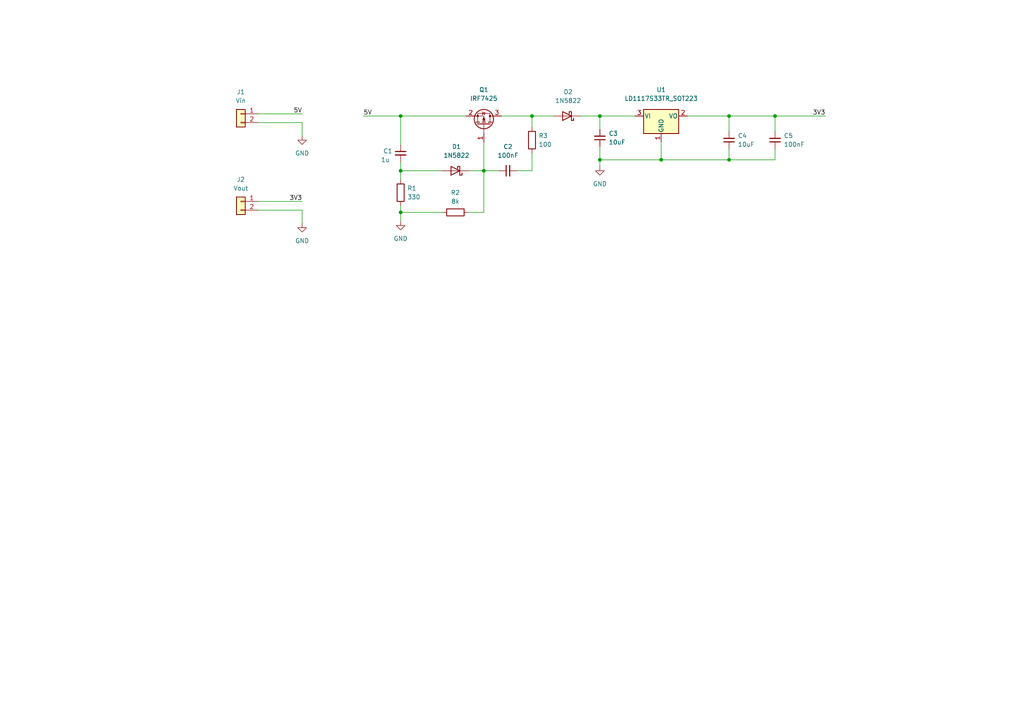
<source format=kicad_sch>
(kicad_sch (version 20211123) (generator eeschema)
  (paper "A4")
  (lib_symbols
    (symbol "Connector_Generic:Conn_01x02" (pin_names (offset 1.016) hide)
      (property "Reference" "J" (at 0 2.54 0))
      (property "Value" "Conn_01x02" (at 0 -5.08 0))
      (symbol "Conn_01x02_1_1"
        (rectangle (start -1.27 -2.413) (end 0 -2.667) (stroke (width 0.1524)))
        (rectangle (start -1.27 0.127) (end 0 -0.127) (stroke (width 0.1524)))
        (rectangle (start -1.27 1.27) (end 1.27 -3.81) (stroke (width 0.254)) (fill (type background)))
        (pin passive line (at -5.08 0 0) (length 3.81) (name "Pin_1") (number "1"))
        (pin passive line (at -5.08 -2.54 0) (length 3.81) (name "Pin_2") (number "2"))
      )
    )
    (symbol "Device:C_Small" (pin_numbers hide) (pin_names (offset 0.254) hide)
      (property "Reference" "C" (at 0.254 1.778 0))
      (property "Value" "C_Small" (at 0.254 -2.032 0))
      (symbol "C_Small_0_1"
        (polyline (pts (xy -1.524 -0.508) (xy 1.524 -0.508)) (stroke (width 0.3302)))
        (polyline (pts (xy -1.524 0.508) (xy 1.524 0.508)) (stroke (width 0.3048)))
      )
      (symbol "C_Small_1_1"
        (pin passive line (at 0 2.54 270) (length 2.032) (name "~") (number "1"))
        (pin passive line (at 0 -2.54 90) (length 2.032) (name "~") (number "2"))
      )
    )
    (symbol "Device:D_Schottky" (pin_numbers hide) (pin_names (offset 1.016) hide)
      (property "Reference" "D" (at 0 2.54 0))
      (property "Value" "D_Schottky" (at 0 -2.54 0))
      (symbol "D_Schottky_0_1"
        (polyline (pts (xy 1.27 0) (xy -1.27 0)))
        (polyline (pts (xy 1.27 1.27) (xy 1.27 -1.27) (xy -1.27 0) (xy 1.27 1.27)) (stroke (width 0.254)))
        (polyline (pts (xy -1.905 0.635) (xy -1.905 1.27) (xy -1.27 1.27) (xy -1.27 -1.27) (xy -0.635 -1.27) (xy -0.635 -0.635)) (stroke (width 0.254)))
      )
      (symbol "D_Schottky_1_1"
        (pin passive line (at -3.81 0 0) (length 2.54) (name "K") (number "1"))
        (pin passive line (at 3.81 0 180) (length 2.54) (name "A") (number "2"))
      )
    )
    (symbol "Device:Q_PMOS_GSD" (pin_names (offset 0) hide)
      (property "Reference" "Q" (at 5.08 1.27 0))
      (property "Value" "Q_PMOS_GSD" (at 5.08 -1.27 0))
      (symbol "Q_PMOS_GSD_0_1"
        (polyline (pts (xy 0.254 0) (xy -2.54 0)))
        (polyline (pts (xy 0.254 1.905) (xy 0.254 -1.905)) (stroke (width 0.254)))
        (polyline (pts (xy 0.762 -1.27) (xy 0.762 -2.286)) (stroke (width 0.254)))
        (polyline (pts (xy 0.762 0.508) (xy 0.762 -0.508)) (stroke (width 0.254)))
        (polyline (pts (xy 0.762 2.286) (xy 0.762 1.27)) (stroke (width 0.254)))
        (polyline (pts (xy 2.54 2.54) (xy 2.54 1.778)))
        (polyline (pts (xy 2.54 -2.54) (xy 2.54 0) (xy 0.762 0)))
        (polyline (pts (xy 0.762 1.778) (xy 3.302 1.778) (xy 3.302 -1.778) (xy 0.762 -1.778)))
        (polyline (pts (xy 2.286 0) (xy 1.27 0.381) (xy 1.27 -0.381) (xy 2.286 0)) (fill (type outline)))
        (polyline (pts (xy 2.794 -0.508) (xy 2.921 -0.381) (xy 3.683 -0.381) (xy 3.81 -0.254)))
        (polyline (pts (xy 3.302 -0.381) (xy 2.921 0.254) (xy 3.683 0.254) (xy 3.302 -0.381)))
        (circle (center 1.651 0) (radius 2.794) (stroke (width 0.254)))
        (circle (center 2.54 -1.778) (radius 0.254) (fill (type outline)))
        (circle (center 2.54 1.778) (radius 0.254) (fill (type outline)))
      )
      (symbol "Q_PMOS_GSD_1_1"
        (pin input line (at -5.08 0 0) (length 2.54) (name "G") (number "1"))
        (pin passive line (at 2.54 -5.08 90) (length 2.54) (name "S") (number "2"))
        (pin passive line (at 2.54 5.08 270) (length 2.54) (name "D") (number "3"))
      )
    )
    (symbol "Device:R" (pin_numbers hide) (pin_names (offset 0))
      (property "Reference" "R" (at 2.032 0 90))
      (property "Value" "R" (at 0 0 90))
      (symbol "R_0_1"
        (rectangle (start -1.016 -2.54) (end 1.016 2.54) (stroke (width 0.254)))
      )
      (symbol "R_1_1"
        (pin passive line (at 0 3.81 270) (length 1.27) (name "~") (number "1"))
        (pin passive line (at 0 -3.81 90) (length 1.27) (name "~") (number "2"))
      )
    )
    (symbol "Regulator_Linear:LD1117S33TR_SOT223" (pin_names (offset 0.254))
      (property "Reference" "U" (at -3.81 3.175 0))
      (property "Value" "LD1117S33TR_SOT223" (at 0 3.175 0))
      (symbol "LD1117S33TR_SOT223_0_1"
        (rectangle (start -5.08 -5.08) (end 5.08 1.905) (stroke (width 0.254)) (fill (type background)))
      )
      (symbol "LD1117S33TR_SOT223_1_1"
        (pin power_in line (at 0 -7.62 90) (length 2.54) (name "GND") (number "1"))
        (pin power_out line (at 7.62 0 180) (length 2.54) (name "VO") (number "2"))
        (pin power_in line (at -7.62 0 0) (length 2.54) (name "VI") (number "3"))
      )
    )
    (symbol "power:GND" (power) (pin_names (offset 0))
      (property "Value" "GND" (at 0 -3.81 0))
      (symbol "GND_0_1"
        (polyline (pts (xy 0 0) (xy 0 -1.27) (xy 1.27 -1.27) (xy 0 -2.54) (xy -1.27 -1.27) (xy 0 -1.27)))
      )
      (symbol "GND_1_1"
        (pin power_in line (at 0 0 270) (length 0) hide (name "GND") (number "1"))
      )
    )
  )
  (junction (at 211.455 33.655))
  (junction (at 224.79 33.655))
  (junction (at 173.99 46.355))
  (junction (at 211.455 46.355))
  (junction (at 154.305 33.655))
  (junction (at 116.205 49.53))
  (junction (at 116.205 33.655))
  (junction (at 116.205 61.595))
  (junction (at 191.77 46.355))
  (junction (at 173.99 33.655))
  (junction (at 140.335 49.53))
  (wire (pts (xy 191.77 41.275) (xy 191.77 46.355)))
  (wire (pts (xy 116.205 46.99) (xy 116.205 49.53)))
  (wire (pts (xy 154.305 49.53) (xy 149.86 49.53)))
  (wire (pts (xy 191.77 46.355) (xy 173.99 46.355)))
  (wire (pts (xy 116.205 41.91) (xy 116.205 33.655)))
  (wire (pts (xy 154.305 33.655) (xy 160.655 33.655)))
  (wire (pts (xy 154.305 33.655) (xy 154.305 36.83)))
  (wire (pts (xy 74.93 60.96) (xy 87.63 60.96)))
  (wire (pts (xy 145.415 33.655) (xy 154.305 33.655)))
  (wire (pts (xy 140.335 49.53) (xy 135.89 49.53)))
  (wire (pts (xy 173.99 33.655) (xy 168.275 33.655)))
  (wire (pts (xy 105.41 33.655) (xy 116.205 33.655)))
  (wire (pts (xy 87.63 60.96) (xy 87.63 64.77)))
  (wire (pts (xy 74.93 33.02) (xy 87.63 33.02)))
  (wire (pts (xy 224.79 43.18) (xy 224.79 46.355)))
  (wire (pts (xy 116.205 33.655) (xy 135.255 33.655)))
  (wire (pts (xy 199.39 33.655) (xy 211.455 33.655)))
  (wire (pts (xy 135.89 61.595) (xy 140.335 61.595)))
  (wire (pts (xy 116.205 49.53) (xy 116.205 52.07)))
  (wire (pts (xy 140.335 61.595) (xy 140.335 49.53)))
  (wire (pts (xy 211.455 33.655) (xy 211.455 38.1)))
  (wire (pts (xy 224.79 33.655) (xy 211.455 33.655)))
  (wire (pts (xy 224.79 33.655) (xy 239.395 33.655)))
  (wire (pts (xy 224.79 38.1) (xy 224.79 33.655)))
  (wire (pts (xy 140.335 41.275) (xy 140.335 49.53)))
  (wire (pts (xy 173.99 46.355) (xy 173.99 48.26)))
  (wire (pts (xy 74.93 58.42) (xy 87.63 58.42)))
  (wire (pts (xy 140.335 49.53) (xy 144.78 49.53)))
  (wire (pts (xy 191.77 46.355) (xy 211.455 46.355)))
  (wire (pts (xy 173.99 33.655) (xy 184.15 33.655)))
  (wire (pts (xy 154.305 44.45) (xy 154.305 49.53)))
  (wire (pts (xy 224.79 46.355) (xy 211.455 46.355)))
  (wire (pts (xy 87.63 35.56) (xy 87.63 39.37)))
  (wire (pts (xy 116.205 49.53) (xy 128.27 49.53)))
  (wire (pts (xy 128.27 61.595) (xy 116.205 61.595)))
  (wire (pts (xy 116.205 61.595) (xy 116.205 64.135)))
  (wire (pts (xy 74.93 35.56) (xy 87.63 35.56)))
  (wire (pts (xy 211.455 46.355) (xy 211.455 43.18)))
  (wire (pts (xy 173.99 42.545) (xy 173.99 46.355)))
  (wire (pts (xy 173.99 37.465) (xy 173.99 33.655)))
  (wire (pts (xy 116.205 61.595) (xy 116.205 59.69)))
  (label "5V" (at 87.63 33.02 180))
  (label "3V3" (at 87.63 58.42 180))
  (label "3V3" (at 239.395 33.655 180))
  (label "5V" (at 105.41 33.655 0))
  (symbol (lib_id "Device:R") (at 116.205 55.88 0) (unit 1)
    (property "Reference" "R1" (at 118.11 54.6099 0) (effects (justify left)))
    (property "Value" "330" (at 118.11 57.1499 0) (effects (justify left)))
  )
  (symbol (lib_id "Device:C_Small") (at 116.205 44.45 0) (unit 1)
    (property "Reference" "C1" (at 111.125 43.815 0) (effects (justify left)))
    (property "Value" "1u" (at 110.49 46.355 0) (effects (justify left)))
  )
  (symbol (lib_id "Device:Q_PMOS_GSD") (at 140.335 36.195 270) (mirror x) (unit 1)
    (property "Reference" "Q1" (at 140.335 26.035 90))
    (property "Value" "IRF7425" (at 140.335 28.575 90))
    (property "Footprint" "Package_SO:SO-8_3.9x4.9mm_P1.27mm" (effects hide))
  )
  (symbol (lib_id "Device:D_Schottky") (at 164.465 33.655 180) (unit 1)
    (property "Reference" "D2" (at 164.7825 26.67 0))
    (property "Value" "1N5822" (at 164.7825 29.21 0))
  )
  (symbol (lib_id "Connector_Generic:Conn_01x02") (at 69.85 33.02 0) (mirror y) (unit 1)
    (property "Reference" "J1" (at 69.85 26.67 0))
    (property "Value" "Vin" (at 69.85 29.21 0))
    (property "Footprint" "TerminalBlock:TerminalBlock_bornier-2_P5.08mm" (effects hide))
  )
  (symbol (lib_id "Connector_Generic:Conn_01x02") (at 69.85 58.42 0) (mirror y) (unit 1)
    (property "Reference" "J2" (at 69.85 52.07 0))
    (property "Value" "Vout" (at 69.85 54.61 0))
    (property "Footprint" "TerminalBlock:TerminalBlock_bornier-2_P5.08mm" (effects hide))
  )
  (symbol (lib_id "Device:C_Small") (at 173.99 40.005 180) (unit 1)
    (property "Reference" "C3" (at 176.53 38.7285 0) (effects (justify right)))
    (property "Value" "10uF" (at 176.53 41.2685 0) (effects (justify right)))
  )
  (symbol (lib_id "power:GND") (at 116.205 64.135 0) (unit 1)
    (property "Reference" "#PWR0102" (effects hide))
    (property "Value" "GND" (at 116.205 69.215 0))
  )
  (symbol (lib_id "Device:C_Small") (at 147.32 49.53 90) (unit 1)
    (property "Reference" "C2" (at 147.3263 42.545 90))
    (property "Value" "100nF" (at 147.3263 45.085 90))
  )
  (symbol (lib_id "power:GND") (at 173.99 48.26 0) (unit 1)
    (property "Reference" "#PWR0104" (effects hide))
    (property "Value" "GND" (at 173.99 53.34 0))
  )
  (symbol (lib_id "Device:C_Small") (at 211.455 40.64 180) (unit 1)
    (property "Reference" "C4" (at 213.995 39.3635 0) (effects (justify right)))
    (property "Value" "10uF" (at 213.995 41.9035 0) (effects (justify right)))
  )
  (symbol (lib_id "Device:C_Small") (at 224.79 40.64 180) (unit 1)
    (property "Reference" "C5" (at 227.33 39.3635 0) (effects (justify right)))
    (property "Value" "100nF" (at 227.33 41.9035 0) (effects (justify right)))
  )
  (symbol (lib_id "Regulator_Linear:LD1117S33TR_SOT223") (at 191.77 33.655 0) (unit 1)
    (property "Reference" "U1" (at 191.77 26.035 0))
    (property "Value" "LD1117S33TR_SOT223" (at 191.77 28.575 0))
    (property "Footprint" "Package_TO_SOT_SMD:SOT-223-3_TabPin2" (effects hide))
    (property "Datasheet" "http://www.st.com/st-web-ui/static/active/en/resource/technical/document/datasheet/CD00000544.pdf" (effects hide))
  )
  (symbol (lib_id "power:GND") (at 87.63 39.37 0) (unit 1)
    (property "Reference" "#PWR0101" (effects hide))
    (property "Value" "GND" (at 87.63 44.45 0))
  )
  (symbol (lib_id "power:GND") (at 87.63 64.77 0) (unit 1)
    (property "Reference" "#PWR0103" (effects hide))
    (property "Value" "GND" (at 87.63 69.85 0))
  )
  (symbol (lib_id "Device:R") (at 132.08 61.595 270) (unit 1)
    (property "Reference" "R2" (at 132.08 55.88 90))
    (property "Value" "8k" (at 132.08 58.42 90))
  )
  (symbol (lib_id "Device:R") (at 154.305 40.64 0) (unit 1)
    (property "Reference" "R3" (at 156.21 39.3699 0) (effects (justify left)))
    (property "Value" "100" (at 156.21 41.9099 0) (effects (justify left)))
  )
  (symbol (lib_id "Device:D_Schottky") (at 132.08 49.53 180) (unit 1)
    (property "Reference" "D1" (at 132.3975 42.545 0))
    (property "Value" "1N5822" (at 132.3975 45.085 0))
  )
)
</source>
